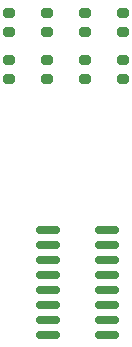
<source format=gtp>
%TF.GenerationSoftware,KiCad,Pcbnew,(6.0.2)*%
%TF.CreationDate,2022-03-14T15:32:47-04:00*%
%TF.ProjectId,23XX-Adapter,32335858-2d41-4646-9170-7465722e6b69,2*%
%TF.SameCoordinates,Original*%
%TF.FileFunction,Paste,Top*%
%TF.FilePolarity,Positive*%
%FSLAX46Y46*%
G04 Gerber Fmt 4.6, Leading zero omitted, Abs format (unit mm)*
G04 Created by KiCad (PCBNEW (6.0.2)) date 2022-03-14 15:32:47*
%MOMM*%
%LPD*%
G01*
G04 APERTURE LIST*
G04 Aperture macros list*
%AMRoundRect*
0 Rectangle with rounded corners*
0 $1 Rounding radius*
0 $2 $3 $4 $5 $6 $7 $8 $9 X,Y pos of 4 corners*
0 Add a 4 corners polygon primitive as box body*
4,1,4,$2,$3,$4,$5,$6,$7,$8,$9,$2,$3,0*
0 Add four circle primitives for the rounded corners*
1,1,$1+$1,$2,$3*
1,1,$1+$1,$4,$5*
1,1,$1+$1,$6,$7*
1,1,$1+$1,$8,$9*
0 Add four rect primitives between the rounded corners*
20,1,$1+$1,$2,$3,$4,$5,0*
20,1,$1+$1,$4,$5,$6,$7,0*
20,1,$1+$1,$6,$7,$8,$9,0*
20,1,$1+$1,$8,$9,$2,$3,0*%
G04 Aperture macros list end*
%ADD10RoundRect,0.200000X0.275000X-0.200000X0.275000X0.200000X-0.275000X0.200000X-0.275000X-0.200000X0*%
%ADD11RoundRect,0.200000X-0.275000X0.200000X-0.275000X-0.200000X0.275000X-0.200000X0.275000X0.200000X0*%
%ADD12RoundRect,0.150000X-0.825000X-0.150000X0.825000X-0.150000X0.825000X0.150000X-0.825000X0.150000X0*%
G04 APERTURE END LIST*
D10*
X146031000Y-82533000D03*
X146031000Y-80883000D03*
D11*
X146031000Y-76930000D03*
X146031000Y-78580000D03*
X149269000Y-76930000D03*
X149269000Y-78580000D03*
D10*
X142793000Y-82533000D03*
X142793000Y-80883000D03*
D11*
X142793000Y-76930000D03*
X142793000Y-78580000D03*
D10*
X152507000Y-82533000D03*
X152507000Y-80883000D03*
D11*
X152507000Y-76930000D03*
X152507000Y-78580000D03*
D10*
X149269000Y-82533000D03*
X149269000Y-80883000D03*
D12*
X146142500Y-95330000D03*
X146142500Y-96600000D03*
X146142500Y-97870000D03*
X146142500Y-99140000D03*
X146142500Y-100410000D03*
X146142500Y-101680000D03*
X146142500Y-102950000D03*
X146142500Y-104220000D03*
X151092500Y-104220000D03*
X151092500Y-102950000D03*
X151092500Y-101680000D03*
X151092500Y-100410000D03*
X151092500Y-99140000D03*
X151092500Y-97870000D03*
X151092500Y-96600000D03*
X151092500Y-95330000D03*
M02*

</source>
